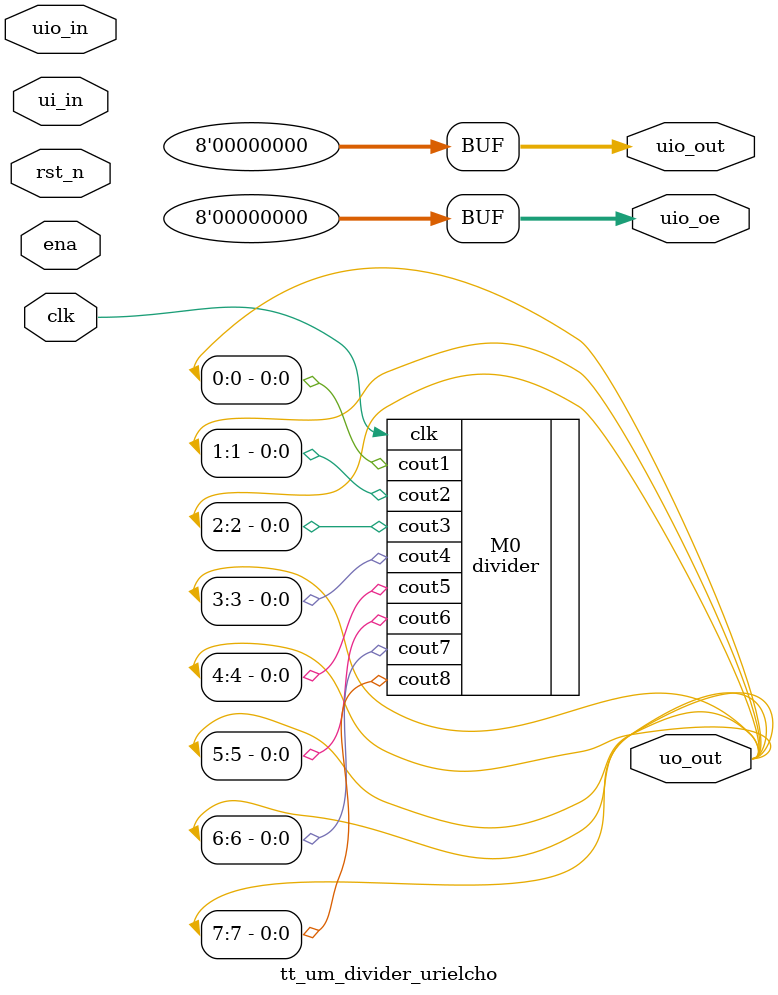
<source format=v>
module tt_um_divider_urielcho (
    input  wire [7:0] ui_in,    // Dedicated inputs - connected to the input switches for clk_selector and pattern_sel
    output wire [7:0] uo_out,   // Dedicated outputs - connected to the 7 LEDs
    input  wire [7:0] uio_in,   // IOs: Bidirectional Input path
    output wire [7:0] uio_out,  // IOs: Bidirectional Output path
    output wire [7:0] uio_oe,   // IOs: Bidirectional Enable path (active high: 0=input, 1=output)
    input  wire       ena,      // will go high when the design is enabled, not used circuit can be turned off when pattern_sel = 0
    input  wire       clk,      // clock
    input  wire       rst_n     // reset_n - low to reset
);
assign uio_out = 0;
assign uio_oe = 0;
    
divider M0
(
    .clk(clk),
    .cout1(uo_out[0]),
    .cout2(uo_out[1]),
    .cout3(uo_out[2]),
    .cout4(uo_out[3]),
    .cout5(uo_out[4]),
    .cout6(uo_out[5]),
    .cout7(uo_out[6]),
    .cout8(uo_out[7])
);

endmodule
</source>
